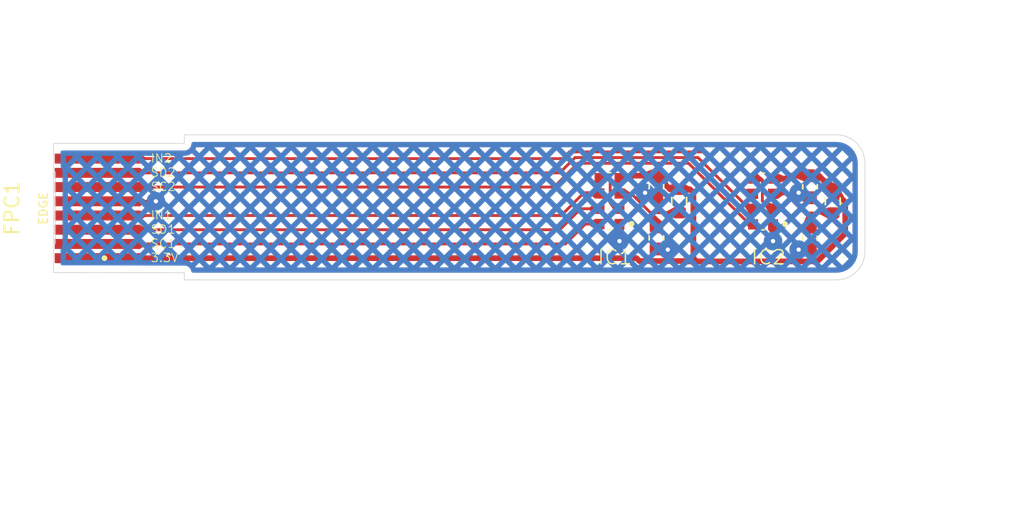
<source format=kicad_pcb>
(kicad_pcb (version 20241229) (generator "pcbnew") (generator_version "9.0")
  (layers (0 "F.Cu" signal) (2 "B.Cu" signal) (13 "F.Paste" user) (15 "B.Paste" user) (5 "F.SilkS" user "F.Silkscreen") (7 "B.SilkS" user "B.Silkscreen") (1 "F.Mask" user) (3 "B.Mask" user) (25 "Edge.Cuts" user))
  (net 0 "")
  (net 1 "+3.3V")
  (net 2 "GND")
  (net 3 "Net-(FPC1-INT1)")
  (net 4 "Net-(FPC1-INT2)")
  (net 5 "Net-(FPC1-SDA2)")
  (net 6 "Net-(FPC1-SCL2)")
  (net 7 "Net-(IC2-VDD)")
  (net 8 "Net-(IC1-VDD)")
  (net 9 "Net-(IC2-K(LED))")
  (net 10 "Net-(FPC1-SDA1)")
  (net 11 "Net-(FPC1-SCL1)")
  (net 12 "Net-(IC1-K(LED))")
  (footprint "Resistor_SMD:R_0603_1608Metric" (layer "F.Cu") (at 161.6 92.65 -90)
    (property "Reference" "R11" (hide yes))
    (property "Value" "22Ω" (hide yes))
    (fp_line (start -0.237258 0.5225) (end 0.237258 0.5225) (stroke (width 0.12)) (layer "F.SilkS"))
    (fp_line (start -0.237258 -0.5225) (end 0.237258 -0.5225) (stroke (width 0.12)) (layer "F.SilkS"))
    (pad "1" smd roundrect (at -0.825 0 270) (size 0.8 0.95) (layers "F.Cu" "F.Mask" "F.Paste") (net 1 "+3.3V"))
    (pad "2" smd roundrect (at 0.825 0 270) (size 0.8 0.95) (layers "F.Cu" "F.Mask" "F.Paste") (net 8 "Net-(IC1-VDD)"))
  )
  (footprint "Capacitor_SMD:C_0603_1608Metric" (layer "F.Cu") (at 170.8 91.65 90)
    (property "Reference" "C4" (hide yes))
    (property "Value" "2.2µF" (hide yes))
    (fp_line (start -0.14058 -0.51) (end 0.14058 -0.51) (stroke (width 0.12)) (layer "F.SilkS"))
    (fp_line (start -0.14058 0.51) (end 0.14058 0.51) (stroke (width 0.12)) (layer "F.SilkS"))
    (pad "1" smd roundrect (at -0.775 0 90) (size 0.9 0.95) (layers "F.Cu" "F.Mask" "F.Paste") (net 2 "GND"))
    (pad "2" smd roundrect (at 0.775 0 90) (size 0.9 0.95) (layers "F.Cu" "F.Mask" "F.Paste") (net 1 "+3.3V"))
  )
  (footprint "motion-play-footprints:VCNL4040M3OE" (layer "F.Cu") (at 156.7 92.663)
    (property "Reference" "IC1" (hide yes))
    (property "Value" "VCNL4040M3OE" (hide yes))
    (fp_line (start -0.1 -2) (end 0.1 -2) (stroke (width 0.1)) (layer "F.SilkS"))
    (fp_line (start -0.1 2) (end 0.1 2) (stroke (width 0.1)) (layer "F.SilkS"))
    (fp_line (start 1.55 1.5) (end 1.55 1.5) (stroke (width 0.2)) (layer "F.SilkS"))
    (fp_line (start 1.55 1.7) (end 1.55 1.7) (stroke (width 0.2)) (layer "F.SilkS"))
    (fp_arc (start 1.55 1.5) (mid 1.65 1.6) (end 1.55 1.7) (stroke (width 0.2)) (layer "F.SilkS"))
    (fp_arc (start 1.55 1.7) (mid 1.45 1.6) (end 1.55 1.5) (stroke (width 0.2)) (layer "F.SilkS"))
    (pad "1" smd rect (at 0.7 1.612) (size 0.7 0.725) (layers "F.Cu" "F.Mask" "F.Paste") (net 2 "GND"))
    (pad "2" smd rect (at 0.7 0.537) (size 0.7 0.725) (layers "F.Cu" "F.Mask" "F.Paste") (net 12 "Net-(IC1-K(LED))"))
    (pad "3" smd rect (at 0.7 -0.538) (size 0.7 0.725) (layers "F.Cu" "F.Mask" "F.Paste") (net 8 "Net-(IC1-VDD)"))
    (pad "4" smd rect (at 0.7 -1.613) (size 0.7 0.725) (layers "F.Cu" "F.Mask" "F.Paste") (net 1 "+3.3V"))
    (pad "5" smd rect (at -0.7 -1.613) (size 0.7 0.725) (layers "F.Cu" "F.Mask" "F.Paste") (net 12 "Net-(IC1-K(LED))"))
    (pad "6" smd rect (at -0.7 -0.538) (size 0.7 0.725) (layers "F.Cu" "F.Mask" "F.Paste") (net 3 "Net-(FPC1-INT1)"))
    (pad "7" smd rect (at -0.7 0.537) (size 0.7 0.725) (layers "F.Cu" "F.Mask" "F.Paste") (net 10 "Net-(FPC1-SDA1)"))
    (pad "8" smd rect (at -0.7 1.612) (size 0.7 0.725) (layers "F.Cu" "F.Mask" "F.Paste") (net 11 "Net-(FPC1-SCL1)"))
  )
  (footprint "motion-play-footprints:FPC_Tail_10P_1.0mm_TopContact" (layer "F.Cu") (at 117.6875 93.175 -90)
    (property "Reference" "FPC1" (at 0 3 90) (layer "F.SilkS"))
    (property "Value" "FPC_Tail_10P")
    (fp_circle (center 3.5 -3.5) (end 3.65 -3.5) (stroke (width 0.1)) (fill yes) (layer "F.SilkS"))
    (fp_text user "EDGE" (at 0 0.8 90) (layer "F.SilkS") (effects (font (size 0.6 0.6) (thickness 0.1))))
    (pad "1" smd rect (at 3.5 -3 270) (size 0.7 6) (layers "F.Cu" "F.Mask" "F.Paste") (net 1 "+3.3V"))
    (pad "2" smd rect (at 2.5 -3 270) (size 0.7 6) (layers "F.Cu" "F.Mask" "F.Paste") (net 11 "Net-(FPC1-SCL1)"))
    (pad "3" smd rect (at 1.5 -3 270) (size 0.7 6) (layers "F.Cu" "F.Mask" "F.Paste") (net 10 "Net-(FPC1-SDA1)"))
    (pad "4" smd rect (at 0.5 -3 270) (size 0.7 6) (layers "F.Cu" "F.Mask" "F.Paste") (net 3 "Net-(FPC1-INT1)"))
    (pad "5" smd rect (at -0.5 -3 270) (size 0.7 6) (layers "F.Cu" "F.Mask" "F.Paste") (net 2 "GND"))
    (pad "6" smd rect (at -1.5 -3 270) (size 0.7 6) (layers "F.Cu" "F.Mask" "F.Paste") (net 6 "Net-(FPC1-SCL2)"))
    (pad "7" smd rect (at -2.5 -3 270) (size 0.7 6) (layers "F.Cu" "F.Mask" "F.Paste") (net 5 "Net-(FPC1-SDA2)"))
    (pad "8" smd rect (at -3.5 -3 270) (size 0.7 6) (layers "F.Cu" "F.Mask" "F.Paste") (net 4 "Net-(FPC1-INT2)"))
  )
  (footprint "Capacitor_SMD:C_0603_1608Metric" (layer "F.Cu") (at 160 95.25 -90)
    (property "Reference" "C7" (hide yes))
    (property "Value" "0.1µF" (hide yes))
    (fp_line (start -0.14058 0.51) (end 0.14058 0.51) (stroke (width 0.12)) (layer "F.SilkS"))
    (fp_line (start -0.14058 -0.51) (end 0.14058 -0.51) (stroke (width 0.12)) (layer "F.SilkS"))
    (pad "1" smd roundrect (at -0.775 0 270) (size 0.9 0.95) (layers "F.Cu" "F.Mask" "F.Paste") (net 8 "Net-(IC1-VDD)"))
    (pad "2" smd roundrect (at 0.775 0 270) (size 0.9 0.95) (layers "F.Cu" "F.Mask" "F.Paste") (net 2 "GND"))
  )
  (footprint "Resistor_SMD:R_0603_1608Metric" (layer "F.Cu") (at 172.4 92.675 -90)
    (property "Reference" "R10" (hide yes))
    (property "Value" "22Ω" (hide yes))
    (fp_line (start -0.237258 0.5225) (end 0.237258 0.5225) (stroke (width 0.12)) (layer "F.SilkS"))
    (fp_line (start -0.237258 -0.5225) (end 0.237258 -0.5225) (stroke (width 0.12)) (layer "F.SilkS"))
    (pad "1" smd roundrect (at -0.825 0 270) (size 0.8 0.95) (layers "F.Cu" "F.Mask" "F.Paste") (net 1 "+3.3V"))
    (pad "2" smd roundrect (at 0.825 0 270) (size 0.8 0.95) (layers "F.Cu" "F.Mask" "F.Paste") (net 7 "Net-(IC2-VDD)"))
  )
  (footprint "Capacitor_SMD:C_0603_1608Metric" (layer "F.Cu") (at 170.8 95.275 -90)
    (property "Reference" "C6" (hide yes))
    (property "Value" "0.1µF" (hide yes))
    (fp_line (start -0.14058 0.51) (end 0.14058 0.51) (stroke (width 0.12)) (layer "F.SilkS"))
    (fp_line (start -0.14058 -0.51) (end 0.14058 -0.51) (stroke (width 0.12)) (layer "F.SilkS"))
    (pad "1" smd roundrect (at -0.775 0 270) (size 0.9 0.95) (layers "F.Cu" "F.Mask" "F.Paste") (net 7 "Net-(IC2-VDD)"))
    (pad "2" smd roundrect (at 0.775 0 270) (size 0.9 0.95) (layers "F.Cu" "F.Mask" "F.Paste") (net 2 "GND"))
  )
  (footprint "Capacitor_SMD:C_0603_1608Metric" (layer "F.Cu") (at 160 91.65 90)
    (property "Reference" "C8" (hide yes))
    (property "Value" "2.2µF" (hide yes))
    (fp_line (start -0.14058 -0.51) (end 0.14058 -0.51) (stroke (width 0.12)) (layer "F.SilkS"))
    (fp_line (start -0.14058 0.51) (end 0.14058 0.51) (stroke (width 0.12)) (layer "F.SilkS"))
    (pad "1" smd roundrect (at -0.775 0 90) (size 0.9 0.95) (layers "F.Cu" "F.Mask" "F.Paste") (net 2 "GND"))
    (pad "2" smd roundrect (at 0.775 0 90) (size 0.9 0.95) (layers "F.Cu" "F.Mask" "F.Paste") (net 1 "+3.3V"))
  )
  (footprint "motion-play-footprints:VCNL4040M3OE" (layer "F.Cu") (at 167.5 92.688)
    (property "Reference" "IC2" (hide yes))
    (property "Value" "VCNL4040M3OE" (hide yes))
    (fp_line (start -0.1 -2) (end 0.1 -2) (stroke (width 0.1)) (layer "F.SilkS"))
    (fp_line (start -0.1 2) (end 0.1 2) (stroke (width 0.1)) (layer "F.SilkS"))
    (fp_line (start 1.55 1.5) (end 1.55 1.5) (stroke (width 0.2)) (layer "F.SilkS"))
    (fp_line (start 1.55 1.7) (end 1.55 1.7) (stroke (width 0.2)) (layer "F.SilkS"))
    (fp_arc (start 1.55 1.5) (mid 1.65 1.6) (end 1.55 1.7) (stroke (width 0.2)) (layer "F.SilkS"))
    (fp_arc (start 1.55 1.7) (mid 1.45 1.6) (end 1.55 1.5) (stroke (width 0.2)) (layer "F.SilkS"))
    (pad "1" smd rect (at 0.7 1.612) (size 0.7 0.725) (layers "F.Cu" "F.Mask" "F.Paste") (net 2 "GND"))
    (pad "2" smd rect (at 0.7 0.537) (size 0.7 0.725) (layers "F.Cu" "F.Mask" "F.Paste") (net 9 "Net-(IC2-K(LED))"))
    (pad "3" smd rect (at 0.7 -0.538) (size 0.7 0.725) (layers "F.Cu" "F.Mask" "F.Paste") (net 7 "Net-(IC2-VDD)"))
    (pad "4" smd rect (at 0.7 -1.613) (size 0.7 0.725) (layers "F.Cu" "F.Mask" "F.Paste") (net 1 "+3.3V"))
    (pad "5" smd rect (at -0.7 -1.613) (size 0.7 0.725) (layers "F.Cu" "F.Mask" "F.Paste") (net 9 "Net-(IC2-K(LED))"))
    (pad "6" smd rect (at -0.7 -0.538) (size 0.7 0.725) (layers "F.Cu" "F.Mask" "F.Paste") (net 4 "Net-(FPC1-INT2)"))
    (pad "7" smd rect (at -0.7 0.537) (size 0.7 0.725) (layers "F.Cu" "F.Mask" "F.Paste") (net 5 "Net-(FPC1-SDA2)"))
    (pad "8" smd rect (at -0.7 1.612) (size 0.7 0.725) (layers "F.Cu" "F.Mask" "F.Paste") (net 6 "Net-(FPC1-SCL2)"))
  )
  (gr_line (start 119.7375 88.6) (end 126.8 88.6) (stroke (width 0.05)) (layer "Edge.Cuts"))
  (gr_arc (start 172.6625 88) (mid 174.076714 88.585786) (end 174.6625 90) (stroke (width 0.05)) (layer "Edge.Cuts"))
  (gr_line (start 117.6 97.680502) (end 119.731983 97.680502) (stroke (width 0.05)) (layer "Edge.Cuts"))
  (gr_line (start 126.8 97.7) (end 119.731983 97.680502) (stroke (width 0.05)) (layer "Edge.Cuts"))
  (gr_line (start 126.8 88) (end 172.6625 88) (stroke (width 0.05)) (layer "Edge.Cuts"))
  (gr_line (start 119.7375 88.6) (end 117.6 88.6) (stroke (width 0.05)) (layer "Edge.Cuts"))
  (gr_line (start 117.6 88.6) (end 117.6 97.680502) (stroke (width 0.05)) (layer "Edge.Cuts"))
  (gr_line (start 117.7375 95.68051) (end 117.7375 90.6) (stroke (width 0.05)) (layer "Edge.Cuts"))
  (gr_arc (start 174.6625 96.2) (mid 174.076714 97.614214) (end 172.6625 98.2) (stroke (width 0.05)) (layer "Edge.Cuts"))
  (gr_line (start 172.6625 98.2) (end 126.8 98.2) (stroke (width 0.05)) (layer "Edge.Cuts"))
  (gr_line (start 126.8 98.2) (end 126.8 97.7) (stroke (width 0.05)) (layer "Edge.Cuts"))
  (gr_line (start 174.6625 90) (end 174.6625 96.2) (stroke (width 0.05)) (layer "Edge.Cuts"))
  (gr_line (start 126.8 88.6) (end 126.8 88) (stroke (width 0.05)) (layer "Edge.Cuts"))
  (gr_text "IN2" (at 124.4 90 0) (layer "F.SilkS") (effects (font (size 0.6 0.6) (thickness 0.06)) (justify left bottom)))
  (gr_text "3.3V" (at 124.4 97 0) (layer "F.SilkS") (effects (font (size 0.6 0.6) (thickness 0.06)) (justify left bottom)))
  (gr_text "IC1" (at 155.8 97.2 0) (layer "F.SilkS") (effects (font (size 1 1) (thickness 0.1)) (justify left bottom)))
  (gr_text "SC2" (at 124.4 92 0) (layer "F.SilkS") (effects (font (size 0.6 0.6) (thickness 0.06)) (justify left bottom)))
  (gr_text "SD1" (at 124.4 95 0) (layer "F.SilkS") (effects (font (size 0.6 0.6) (thickness 0.06)) (justify left bottom)))
  (gr_text "IN1" (at 124.4 94 0) (layer "F.SilkS") (effects (font (size 0.6 0.6) (thickness 0.06)) (justify left bottom)))
  (gr_text "SC1" (at 124.4 96 0) (layer "F.SilkS") (effects (font (size 0.6 0.6) (thickness 0.06)) (justify left bottom)))
  (gr_text "SD2" (at 124.4 91 0) (layer "F.SilkS") (effects (font (size 0.6 0.6) (thickness 0.06)) (justify left bottom)))
  (gr_text "IC2" (at 166.6 97.2 0) (layer "F.SilkS") (effects (font (size 1 1) (thickness 0.1)) (justify left bottom)))
  (segment (start 169.15 91.075) (end 169.35 90.875) (width 0.4) (layer "F.Cu") (net 1))
  (segment (start 158.801 96.876) (end 162.2 96.876) (width 0.4) (layer "F.Cu") (net 1))
  (segment (start 162.826 96.901) (end 163 96.901) (width 0.4) (layer "F.Cu") (net 1))
  (segment (start 158.2625 90.875) (end 158.8 90.875) (width 0.4) (layer "F.Cu") (net 1))
  (segment (start 172.4 91.85) (end 173.276 92.726) (width 0.4) (layer "F.Cu") (net 1))
  (segment (start 170.8 90.875) (end 171.425 90.875) (width 0.4) (layer "F.Cu") (net 1))
  (segment (start 162.35 91.825) (end 161.6 91.825) (width 0.4) (layer "F.Cu") (net 1))
  (segment (start 158.6 96.675) (end 158.801 96.876) (width 0.4) (layer "F.Cu") (net 1))
  (segment (start 168.2 91.075) (end 169.15 91.075) (width 0.4) (layer "F.Cu") (net 1))
  (segment (start 171.315532 96.901) (end 173.276 94.940532) (width 0.4) (layer "F.Cu") (net 1))
  (segment (start 162.6 96.675) (end 162.826 96.901) (width 0.4) (layer "F.Cu") (net 1))
  (segment (start 160.95 91.825) (end 160 90.875) (width 0.4) (layer "F.Cu") (net 1))
  (segment (start 162.2 96.876) (end 162.399 96.876) (width 0.4) (layer "F.Cu") (net 1))
  (segment (start 162.399 96.876) (end 162.6 96.675) (width 0.4) (layer "F.Cu") (net 1))
  (segment (start 158.0875 91.05) (end 158.2625 90.875) (width 0.4) (layer "F.Cu") (net 1))
  (segment (start 169.35 90.875) (end 170.8 90.875) (width 0.4) (layer "F.Cu") (net 1))
  (segment (start 162.6 92.075) (end 162.35 91.825) (width 0.4) (layer "F.Cu") (net 1))
  (segment (start 162.6 96.675) (end 162.6 92.075) (width 0.4) (layer "F.Cu") (net 1))
  (segment (start 157.4 91.05) (end 158.0875 91.05) (width 0.4) (layer "F.Cu") (net 1))
  (segment (start 158.6 96.675) (end 118.9375 96.675) (width 0.4) (layer "F.Cu") (net 1))
  (segment (start 162.225 96.901) (end 162.2 96.876) (width 0.4) (layer "F.Cu") (net 1))
  (segment (start 163 96.901) (end 162.225 96.901) (width 0.4) (layer "F.Cu") (net 1))
  (segment (start 163 96.901) (end 171.315532 96.901) (width 0.4) (layer "F.Cu") (net 1))
  (segment (start 161.6 91.825) (end 160.95 91.825) (width 0.4) (layer "F.Cu") (net 1))
  (segment (start 171.425 90.875) (end 172.4 91.85) (width 0.4) (layer "F.Cu") (net 1))
  (segment (start 173.276 92.726) (end 173.276 94.940532) (width 0.4) (layer "F.Cu") (net 1))
  (segment (start 158.8 90.875) (end 160 90.875) (width 0.4) (layer "F.Cu") (net 1))
  (segment (start 118.9375 92.675) (end 124.8 92.675) (width 0.2) (layer "F.Cu") (net 2))
  (segment (start 160.75 96.025) (end 160.8 96.075) (width 0.2) (layer "F.Cu") (net 2))
  (segment (start 157.4 94.275) (end 157.4 95.475) (width 0.2) (layer "F.Cu") (net 2))
  (segment (start 168.2 94.3) (end 168.2 95.475) (width 0.2) (layer "F.Cu") (net 2))
  (segment (start 170.8 96.05) (end 170.025 96.05) (width 0.2) (layer "F.Cu") (net 2))
  (segment (start 170.8 92.425) (end 170.35 92.425) (width 0.2) (layer "F.Cu") (net 2))
  (segment (start 168.2 94.3) (end 168.375 94.3) (width 0.2) (layer "F.Cu") (net 2))
  (segment (start 170.025 96.05) (end 170 96.075) (width 0.2) (layer "F.Cu") (net 2))
  (segment (start 160 96.025) (end 160.75 96.025) (width 0.2) (layer "F.Cu") (net 2))
  (segment (start 160 92.425) (end 159.55 92.425) (width 0.2) (layer "F.Cu") (net 2))
  (segment (start 170.35 92.425) (end 170 92.075) (width 0.2) (layer "F.Cu") (net 2))
  (segment (start 159.55 92.425) (end 159.2 92.075) (width 0.2) (layer "F.Cu") (net 2))
  (via (at 160.8 96.075) (size 0.6) (drill 0.3) (layers "F.Cu" "B.Cu") (net 2))
  (via (at 168.2 95.475) (size 0.6) (drill 0.3) (layers "F.Cu" "B.Cu") (net 2))
  (via (at 170 92.075) (size 0.6) (drill 0.3) (layers "F.Cu" "B.Cu") (net 2))
  (via (at 124.8 92.675) (size 0.6) (drill 0.3) (layers "F.Cu" "B.Cu") (net 2))
  (via (at 159.2 92.075) (size 0.6) (drill 0.3) (layers "F.Cu" "B.Cu") (net 2))
  (via (at 170 96.075) (size 0.6) (drill 0.3) (layers "F.Cu" "B.Cu") (net 2))
  (via (at 157.4 95.475) (size 0.6) (drill 0.3) (layers "F.Cu" "B.Cu") (net 2))
  (segment (start 154.9 92.075) (end 155.95 92.075) (width 0.2) (layer "F.Cu") (net 3))
  (segment (start 118.9375 93.675) (end 153.3 93.675) (width 0.2) (layer "F.Cu") (net 3))
  (segment (start 155.95 92.075) (end 156 92.125) (width 0.2) (layer "F.Cu") (net 3))
  (segment (start 153.3 93.675) (end 154.9 92.075) (width 0.2) (layer "F.Cu") (net 3))
  (segment (start 163.5135 89.201) (end 166.4625 92.15) (width 0.2) (layer "F.Cu") (net 4))
  (segment (start 118.9375 89.675) (end 153.402 89.675) (width 0.2) (layer "F.Cu") (net 4))
  (segment (start 153.876 89.201) (end 163.5135 89.201) (width 0.2) (layer "F.Cu") (net 4))
  (segment (start 166.4625 92.15) (end 166.8 92.15) (width 0.2) (layer "F.Cu") (net 4))
  (segment (start 153.402 89.675) (end 153.876 89.201) (width 0.2) (layer "F.Cu") (net 4))
  (segment (start 118.9375 90.675) (end 153.202 90.675) (width 0.2) (layer "F.Cu") (net 5))
  (segment (start 153.202 90.675) (end 154.275 89.602) (width 0.2) (layer "F.Cu") (net 5))
  (segment (start 166.550002 93.225) (end 166.8 93.225) (width 0.2) (layer "F.Cu") (net 5))
  (segment (start 162.927002 89.602) (end 166.550002 93.225) (width 0.2) (layer "F.Cu") (net 5))
  (segment (start 154.275 89.602) (end 162.927002 89.602) (width 0.2) (layer "F.Cu") (net 5))
  (segment (start 154.474 90.003) (end 162.263502 90.003) (width 0.2) (layer "F.Cu") (net 6))
  (segment (start 118.9375 91.675) (end 152.802 91.675) (width 0.2) (layer "F.Cu") (net 6))
  (segment (start 162.263502 90.003) (end 166.560502 94.3) (width 0.2) (layer "F.Cu") (net 6))
  (segment (start 152.802 91.675) (end 154.474 90.003) (width 0.2) (layer "F.Cu") (net 6))
  (segment (start 166.560502 94.3) (end 166.8 94.3) (width 0.2) (layer "F.Cu") (net 6))
  (segment (start 170.7 93.575) (end 170.775 93.5) (width 0.2) (layer "F.Cu") (net 7))
  (segment (start 170.5 93.575) (end 170.8 93.875) (width 0.2) (layer "F.Cu") (net 7))
  (segment (start 170.8 93.875) (end 170.8 94.5) (width 0.2) (layer "F.Cu") (net 7))
  (segment (start 168.2 92.15) (end 169.075 92.15) (width 0.2) (layer "F.Cu") (net 7))
  (segment (start 170.5 93.575) (end 170.7 93.575) (width 0.2) (layer "F.Cu") (net 7))
  (segment (start 169.075 92.15) (end 170.5 93.575) (width 0.2) (layer "F.Cu") (net 7))
  (segment (start 170.775 93.5) (end 172.4 93.5) (width 0.2) (layer "F.Cu") (net 7))
  (segment (start 159.575 93.475) (end 161.6 93.475) (width 0.2) (layer "F.Cu") (net 8))
  (segment (start 160 94.475) (end 160 93.9) (width 0.2) (layer "F.Cu") (net 8))
  (segment (start 157.4 92.125) (end 158.225 92.125) (width 0.2) (layer "F.Cu") (net 8))
  (segment (start 160 93.9) (end 159.575 93.475) (width 0.2) (layer "F.Cu") (net 8))
  (segment (start 158.225 92.125) (end 159.575 93.475) (width 0.2) (layer "F.Cu") (net 8))
  (segment (start 167.35 91.075) (end 166.8 91.075) (width 0.2) (layer "F.Cu") (net 9))
  (segment (start 167.451 91.176) (end 167.35 91.075) (width 0.2) (layer "F.Cu") (net 9))
  (segment (start 168.025 93.225) (end 167.451 92.651) (width 0.2) (layer "F.Cu") (net 9))
  (segment (start 168.2 93.225) (end 168.025 93.225) (width 0.2) (layer "F.Cu") (net 9))
  (segment (start 167.451 92.651) (end 167.451 91.176) (width 0.2) (layer "F.Cu") (net 9))
  (segment (start 118.9375 94.675) (end 153.2 94.675) (width 0.2) (layer "F.Cu") (net 10))
  (segment (start 154.675 93.2) (end 156 93.2) (width 0.2) (layer "F.Cu") (net 10))
  (segment (start 153.2 94.675) (end 154.675 93.2) (width 0.2) (layer "F.Cu") (net 10))
  (segment (start 155 94.275) (end 156 94.275) (width 0.2) (layer "F.Cu") (net 11))
  (segment (start 153.6 95.675) (end 155 94.275) (width 0.2) (layer "F.Cu") (net 11))
  (segment (start 118.9375 95.675) (end 153.6 95.675) (width 0.2) (layer "F.Cu") (net 11))
  (segment (start 156.749 92.7885) (end 157.1605 93.2) (width 0.2) (layer "F.Cu") (net 12))
  (segment (start 156.55 91.05) (end 156.749 91.249) (width 0.2) (layer "F.Cu") (net 12))
  (segment (start 156.749 91.249) (end 156.749 92.7885) (width 0.2) (layer "F.Cu") (net 12))
  (segment (start 156 91.05) (end 156.55 91.05) (width 0.2) (layer "F.Cu") (net 12))
  (segment (start 157.1605 93.2) (end 157.4 93.2) (width 0.2) (layer "F.Cu") (net 12))
  (zone (net 2) (net_name "GND") (layer "B.Cu") (priority 1) (connect_pads (clearance 0.5)) (min_thickness 0.25) (fill yes (mode hatch) (thermal_gap 0.5) (thermal_bridge_width 0.5) (hatch_thickness 0.38) (hatch_gap 0.635) (hatch_orientation 45) (hatch_border_algorithm hatch_thickness) (hatch_min_hole_area 0.3))
    (polygon (pts (xy 117.705822 88.6) (xy 117.705822 97.6) (xy 126.7 97.7) (xy 126.8 97.7) (xy 126.8 98.2) (xy 174.705822 98.2) (xy 174.705822 88) (xy 126.8 88) (xy 126.8 88.6)))
  )
)
</source>
